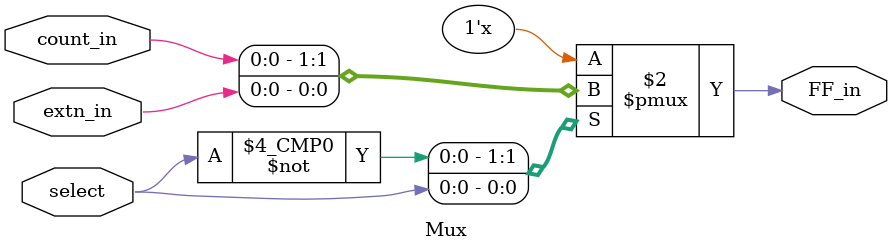
<source format=v>

module Mux(
    input extn_in, count_in, select,//mux inputs
    output reg FF_in //FF input
);

always @(extn_in or count_in or select)
begin
    case (select)

        1'b0: FF_in <= count_in;
        1'b1: FF_in <= extn_in;
        default: FF_in <= 0;

    endcase
end

endmodule 
</source>
